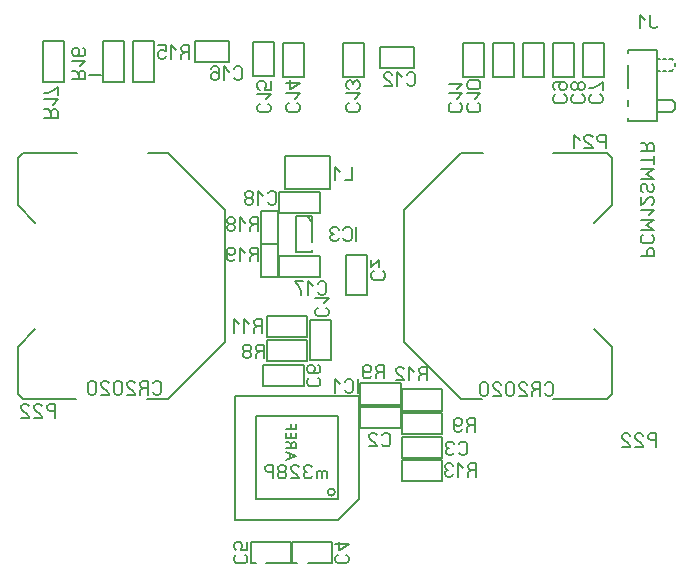
<source format=gbr>
%FSLAX34Y34*%
%MOMM*%
%LNSILK_BOTTOM*%
G71*
G01*
%ADD10C, 0.150*%
%ADD11C, 0.159*%
%ADD12C, 0.206*%
%ADD13C, 0.200*%
%LPD*%
G54D10*
X323582Y-411754D02*
X323582Y-341754D01*
X253582Y-341754D01*
X253582Y-411754D01*
X323582Y-411754D01*
G54D10*
G75*
G01X320582Y-405754D02*
G03X320582Y-405754I-3000J0D01*
G01*
G54D10*
X236082Y-324254D02*
X236082Y-429254D01*
X323582Y-429254D01*
X341082Y-411754D01*
X341082Y-324254D01*
X236082Y-324254D01*
G54D11*
X279058Y-378580D02*
X287947Y-375247D01*
X279058Y-371914D01*
G54D11*
X282392Y-377247D02*
X282392Y-373247D01*
G54D11*
X283503Y-366136D02*
X282392Y-364136D01*
X281281Y-363469D01*
X279058Y-363469D01*
G54D11*
X279058Y-368802D02*
X287947Y-368802D01*
X287947Y-365469D01*
X287392Y-364136D01*
X286281Y-363469D01*
X285170Y-363469D01*
X284058Y-364136D01*
X283503Y-365469D01*
X283503Y-368802D01*
G54D11*
X279058Y-355692D02*
X279058Y-360358D01*
X287947Y-360358D01*
X287947Y-355692D01*
G54D11*
X283503Y-360358D02*
X283503Y-355692D01*
G54D11*
X279058Y-352580D02*
X287947Y-352580D01*
X287947Y-347914D01*
G54D11*
X283503Y-352580D02*
X283503Y-347914D01*
G54D12*
X339885Y-321812D02*
X339885Y-310256D01*
G54D12*
X328908Y-319645D02*
X329774Y-321090D01*
X331508Y-321812D01*
X333241Y-321812D01*
X334974Y-321090D01*
X335841Y-319645D01*
X335841Y-312423D01*
X334974Y-310979D01*
X333241Y-310256D01*
X331508Y-310256D01*
X329774Y-310979D01*
X328908Y-312423D01*
G54D12*
X324864Y-314590D02*
X320531Y-310256D01*
X320531Y-321812D01*
G54D12*
X313996Y-394201D02*
X313996Y-387701D01*
G54D12*
X313996Y-388856D02*
X312263Y-387701D01*
X310529Y-388134D01*
X309663Y-389146D01*
X309663Y-394201D01*
G54D12*
X309663Y-388856D02*
X307929Y-387701D01*
X306196Y-388134D01*
X305329Y-389146D01*
X305329Y-394201D01*
G54D12*
X301285Y-384812D02*
X300418Y-383368D01*
X298685Y-382646D01*
X296952Y-382646D01*
X295218Y-383368D01*
X294352Y-384812D01*
X294352Y-386256D01*
X295218Y-387701D01*
X296952Y-388423D01*
X295218Y-389146D01*
X294352Y-390590D01*
X294352Y-392034D01*
X295218Y-393479D01*
X296952Y-394201D01*
X298685Y-394201D01*
X300418Y-393479D01*
X301285Y-392034D01*
G54D12*
X283375Y-394201D02*
X290308Y-394201D01*
X290308Y-393479D01*
X289441Y-392034D01*
X284241Y-387701D01*
X283375Y-386256D01*
X283375Y-384812D01*
X284241Y-383368D01*
X285975Y-382646D01*
X287708Y-382646D01*
X289441Y-383368D01*
X290308Y-384812D01*
G54D12*
X274998Y-388423D02*
X276731Y-388423D01*
X278464Y-387701D01*
X279331Y-386256D01*
X279331Y-384812D01*
X278464Y-383368D01*
X276731Y-382646D01*
X274998Y-382646D01*
X273264Y-383368D01*
X272398Y-384812D01*
X272398Y-386256D01*
X273264Y-387701D01*
X274998Y-388423D01*
X273264Y-389146D01*
X272398Y-390590D01*
X272398Y-392034D01*
X273264Y-393479D01*
X274998Y-394201D01*
X276731Y-394201D01*
X278464Y-393479D01*
X279331Y-392034D01*
X279331Y-390590D01*
X278464Y-389146D01*
X276731Y-388423D01*
G54D12*
X268354Y-394201D02*
X268354Y-382646D01*
X264021Y-382646D01*
X262287Y-383368D01*
X261421Y-384812D01*
X261421Y-386256D01*
X262287Y-387701D01*
X264021Y-388423D01*
X268354Y-388423D01*
G54D13*
X504900Y-327200D02*
X550650Y-327200D01*
X554900Y-322950D01*
X554900Y-282950D01*
X539900Y-267950D01*
G54D12*
X549700Y-114800D02*
X549700Y-103244D01*
X545367Y-103244D01*
X543633Y-103967D01*
X542767Y-105411D01*
X542767Y-106856D01*
X543633Y-108300D01*
X545367Y-109022D01*
X549700Y-109022D01*
G54D12*
X531790Y-114800D02*
X538723Y-114800D01*
X538723Y-114078D01*
X537856Y-112633D01*
X532656Y-108300D01*
X531790Y-106856D01*
X531790Y-105411D01*
X532656Y-103967D01*
X534390Y-103244D01*
X536123Y-103244D01*
X537856Y-103967D01*
X538723Y-105411D01*
G54D12*
X527746Y-107578D02*
X523413Y-103244D01*
X523413Y-114800D01*
G54D12*
X498317Y-322133D02*
X499183Y-323578D01*
X500917Y-324300D01*
X502650Y-324300D01*
X504383Y-323578D01*
X505250Y-322133D01*
X505250Y-314911D01*
X504383Y-313467D01*
X502650Y-312744D01*
X500917Y-312744D01*
X499183Y-313467D01*
X498317Y-314911D01*
G54D12*
X490806Y-318522D02*
X488206Y-319967D01*
X487340Y-321411D01*
X487340Y-324300D01*
G54D12*
X494273Y-324300D02*
X494273Y-312744D01*
X489940Y-312744D01*
X488206Y-313467D01*
X487340Y-314911D01*
X487340Y-316356D01*
X488206Y-317800D01*
X489940Y-318522D01*
X494273Y-318522D01*
G54D12*
X476363Y-324300D02*
X483296Y-324300D01*
X483296Y-323578D01*
X482429Y-322133D01*
X477229Y-317800D01*
X476363Y-316356D01*
X476363Y-314911D01*
X477229Y-313467D01*
X478963Y-312744D01*
X480696Y-312744D01*
X482429Y-313467D01*
X483296Y-314911D01*
G54D12*
X465386Y-314911D02*
X465386Y-322133D01*
X466252Y-323578D01*
X467986Y-324300D01*
X469719Y-324300D01*
X471452Y-323578D01*
X472319Y-322133D01*
X472319Y-314911D01*
X471452Y-313467D01*
X469719Y-312744D01*
X467986Y-312744D01*
X466252Y-313467D01*
X465386Y-314911D01*
G54D12*
X454409Y-324300D02*
X461342Y-324300D01*
X461342Y-323578D01*
X460475Y-322133D01*
X455275Y-317800D01*
X454409Y-316356D01*
X454409Y-314911D01*
X455275Y-313467D01*
X457009Y-312744D01*
X458742Y-312744D01*
X460475Y-313467D01*
X461342Y-314911D01*
G54D12*
X443432Y-314911D02*
X443432Y-322133D01*
X444298Y-323578D01*
X446032Y-324300D01*
X447765Y-324300D01*
X449498Y-323578D01*
X450365Y-322133D01*
X450365Y-314911D01*
X449498Y-313467D01*
X447765Y-312744D01*
X446032Y-312744D01*
X444298Y-313467D01*
X443432Y-314911D01*
G54D10*
X568500Y-31500D02*
X593500Y-31500D01*
X593500Y-91500D01*
X568500Y-91500D01*
X568500Y-89000D01*
G54D10*
X568500Y-79000D02*
X568500Y-74000D01*
G54D10*
X568500Y-64000D02*
X568500Y-44000D01*
G54D10*
X568500Y-34000D02*
X568500Y-31500D01*
G54D10*
X593500Y-74000D02*
X606000Y-74000D01*
X608500Y-76500D01*
X608500Y-81421D01*
X606000Y-83921D01*
X593500Y-83921D01*
G54D10*
X593500Y-39000D02*
X596000Y-39000D01*
G54D10*
X598500Y-39000D02*
X601000Y-39000D01*
G54D10*
X603500Y-39000D02*
X606000Y-39000D01*
X607250Y-40250D01*
G54D10*
X608500Y-42750D02*
X608500Y-45250D01*
G54D10*
X606000Y-48921D02*
X607250Y-47750D01*
G54D10*
X606000Y-48921D02*
X603500Y-49000D01*
G54D10*
X601000Y-49000D02*
X598500Y-49000D01*
G54D10*
X596000Y-49000D02*
X593500Y-48921D01*
G54D12*
X587567Y-1444D02*
X587567Y-10833D01*
X588433Y-12278D01*
X590167Y-13000D01*
X591900Y-13000D01*
X593633Y-12278D01*
X594500Y-10833D01*
G54D12*
X583523Y-5778D02*
X579190Y-1444D01*
X579190Y-13000D01*
G54D12*
X579378Y-206066D02*
X590933Y-206066D01*
X590933Y-201733D01*
X590211Y-200000D01*
X588766Y-199133D01*
X587322Y-199133D01*
X585878Y-200000D01*
X585155Y-201733D01*
X585155Y-206066D01*
G54D12*
X581544Y-188156D02*
X580100Y-189023D01*
X579378Y-190756D01*
X579378Y-192490D01*
X580100Y-194223D01*
X581544Y-195090D01*
X588766Y-195090D01*
X590211Y-194223D01*
X590933Y-192490D01*
X590933Y-190756D01*
X590211Y-189023D01*
X588766Y-188156D01*
G54D12*
X579378Y-184112D02*
X590933Y-184112D01*
X583711Y-179779D01*
X590933Y-175446D01*
X579378Y-175446D01*
G54D12*
X586600Y-171402D02*
X590933Y-167068D01*
X579378Y-167068D01*
G54D12*
X579378Y-156091D02*
X579378Y-163024D01*
X580100Y-163024D01*
X581544Y-162158D01*
X585878Y-156958D01*
X587322Y-156091D01*
X588766Y-156091D01*
X590211Y-156958D01*
X590933Y-158691D01*
X590933Y-160424D01*
X590211Y-162158D01*
X588766Y-163024D01*
G54D12*
X581544Y-152048D02*
X580100Y-151181D01*
X579378Y-149448D01*
X579378Y-147714D01*
X580100Y-145981D01*
X581544Y-145114D01*
X582989Y-145114D01*
X584433Y-145981D01*
X585155Y-147714D01*
X585155Y-149448D01*
X585878Y-151181D01*
X587322Y-152048D01*
X588766Y-152048D01*
X590211Y-151181D01*
X590933Y-149448D01*
X590933Y-147714D01*
X590211Y-145981D01*
X588766Y-145114D01*
G54D12*
X579378Y-141070D02*
X590933Y-141070D01*
X583711Y-136737D01*
X590933Y-132404D01*
X579378Y-132404D01*
G54D12*
X579378Y-124893D02*
X590933Y-124893D01*
G54D12*
X590933Y-128360D02*
X590933Y-121426D01*
G54D12*
X585155Y-113916D02*
X583711Y-111316D01*
X582266Y-110449D01*
X579378Y-110449D01*
G54D12*
X579378Y-117382D02*
X590933Y-117382D01*
X590933Y-113049D01*
X590211Y-111316D01*
X588766Y-110449D01*
X587322Y-110449D01*
X585878Y-111316D01*
X585155Y-113049D01*
X585155Y-117382D01*
G54D13*
X444900Y-327200D02*
X427650Y-327200D01*
X379400Y-278950D01*
X379400Y-166950D01*
X427650Y-118700D01*
X445650Y-118700D01*
G54D13*
X505650Y-118700D02*
X550650Y-118700D01*
X554900Y-122950D01*
X554900Y-162950D01*
X539900Y-177950D01*
G54D13*
X102000Y-118700D02*
X56250Y-118700D01*
X52000Y-122950D01*
X52000Y-162950D01*
X67000Y-177950D01*
G54D12*
X83487Y-342656D02*
X83487Y-331100D01*
X79154Y-331100D01*
X77420Y-331823D01*
X76554Y-333267D01*
X76554Y-334712D01*
X77420Y-336156D01*
X79154Y-336878D01*
X83487Y-336878D01*
G54D12*
X65577Y-342656D02*
X72510Y-342656D01*
X72510Y-341934D01*
X71643Y-340489D01*
X66443Y-336156D01*
X65577Y-334712D01*
X65577Y-333267D01*
X66443Y-331823D01*
X68177Y-331100D01*
X69910Y-331100D01*
X71643Y-331823D01*
X72510Y-333267D01*
G54D12*
X54600Y-342656D02*
X61533Y-342656D01*
X61533Y-341934D01*
X60666Y-340489D01*
X55466Y-336156D01*
X54600Y-334712D01*
X54600Y-333267D01*
X55466Y-331823D01*
X57200Y-331100D01*
X58933Y-331100D01*
X60666Y-331823D01*
X61533Y-333267D01*
G54D12*
X166535Y-320989D02*
X167401Y-322434D01*
X169135Y-323156D01*
X170868Y-323156D01*
X172601Y-322434D01*
X173468Y-320989D01*
X173468Y-313767D01*
X172601Y-312323D01*
X170868Y-311600D01*
X169135Y-311600D01*
X167401Y-312323D01*
X166535Y-313767D01*
G54D12*
X159024Y-317378D02*
X156424Y-318823D01*
X155558Y-320267D01*
X155558Y-323156D01*
G54D12*
X162491Y-323156D02*
X162491Y-311600D01*
X158158Y-311600D01*
X156424Y-312323D01*
X155558Y-313767D01*
X155558Y-315212D01*
X156424Y-316656D01*
X158158Y-317378D01*
X162491Y-317378D01*
G54D12*
X144581Y-323156D02*
X151514Y-323156D01*
X151514Y-322434D01*
X150647Y-320989D01*
X145447Y-316656D01*
X144581Y-315212D01*
X144581Y-313767D01*
X145447Y-312323D01*
X147181Y-311600D01*
X148914Y-311600D01*
X150647Y-312323D01*
X151514Y-313767D01*
G54D12*
X133604Y-313767D02*
X133604Y-320989D01*
X134470Y-322434D01*
X136204Y-323156D01*
X137937Y-323156D01*
X139670Y-322434D01*
X140537Y-320989D01*
X140537Y-313767D01*
X139670Y-312323D01*
X137937Y-311600D01*
X136204Y-311600D01*
X134470Y-312323D01*
X133604Y-313767D01*
G54D12*
X122627Y-323156D02*
X129560Y-323156D01*
X129560Y-322434D01*
X128693Y-320989D01*
X123493Y-316656D01*
X122627Y-315212D01*
X122627Y-313767D01*
X123493Y-312323D01*
X125227Y-311600D01*
X126960Y-311600D01*
X128693Y-312323D01*
X129560Y-313767D01*
G54D12*
X111650Y-313767D02*
X111650Y-320989D01*
X112516Y-322434D01*
X114250Y-323156D01*
X115983Y-323156D01*
X117716Y-322434D01*
X118583Y-320989D01*
X118583Y-313767D01*
X117716Y-312323D01*
X115983Y-311600D01*
X114250Y-311600D01*
X112516Y-312323D01*
X111650Y-313767D01*
G54D13*
X162000Y-118700D02*
X179250Y-118700D01*
X227500Y-166950D01*
X227500Y-278950D01*
X179250Y-327200D01*
X161250Y-327200D01*
G54D13*
X101250Y-327200D02*
X56250Y-327200D01*
X52000Y-322950D01*
X52000Y-282950D01*
X67000Y-267950D01*
G54D10*
X141950Y-24200D02*
X123950Y-24200D01*
X123950Y-58200D01*
X141950Y-58200D01*
X141950Y-24200D01*
G54D12*
X103556Y-52849D02*
X102112Y-50249D01*
X100667Y-49382D01*
X97778Y-49382D01*
G54D12*
X97778Y-56316D02*
X109334Y-56316D01*
X109334Y-51982D01*
X108612Y-50249D01*
X107167Y-49382D01*
X105723Y-49382D01*
X104278Y-50249D01*
X103556Y-51982D01*
X103556Y-56316D01*
G54D12*
X105001Y-45338D02*
X109334Y-41005D01*
X97778Y-41005D01*
G54D12*
X107167Y-30028D02*
X108612Y-30895D01*
X109334Y-32628D01*
X109334Y-34362D01*
X108612Y-36095D01*
X107167Y-36962D01*
X103556Y-36962D01*
X102834Y-36962D01*
X104278Y-34362D01*
X104278Y-32628D01*
X103556Y-30895D01*
X102112Y-30028D01*
X99945Y-30028D01*
X98501Y-30895D01*
X97778Y-32628D01*
X97778Y-34362D01*
X98501Y-36095D01*
X99945Y-36962D01*
X103556Y-36962D01*
G54D10*
X167350Y-24200D02*
X149350Y-24200D01*
X149350Y-58200D01*
X167350Y-58200D01*
X167350Y-24200D01*
G54D12*
X193633Y-33172D02*
X191033Y-34617D01*
X190167Y-36061D01*
X190167Y-38950D01*
G54D12*
X197100Y-38950D02*
X197100Y-27394D01*
X192767Y-27394D01*
X191033Y-28117D01*
X190167Y-29561D01*
X190167Y-31006D01*
X191033Y-32450D01*
X192767Y-33172D01*
X197100Y-33172D01*
G54D12*
X186123Y-31728D02*
X181790Y-27394D01*
X181790Y-38950D01*
G54D12*
X170813Y-27394D02*
X177746Y-27394D01*
X177746Y-32450D01*
X176879Y-32450D01*
X175146Y-31728D01*
X173413Y-31728D01*
X171679Y-32450D01*
X170813Y-33894D01*
X170813Y-36783D01*
X171679Y-38228D01*
X173413Y-38950D01*
X175146Y-38950D01*
X176879Y-38228D01*
X177746Y-36783D01*
G54D10*
X91150Y-24200D02*
X73150Y-24200D01*
X73150Y-58200D01*
X91150Y-58200D01*
X91150Y-24200D01*
G54D12*
X80252Y-85214D02*
X78808Y-82614D01*
X77363Y-81747D01*
X74474Y-81747D01*
G54D12*
X74474Y-88680D02*
X86030Y-88680D01*
X86030Y-84347D01*
X85308Y-82614D01*
X83863Y-81747D01*
X82419Y-81747D01*
X80974Y-82614D01*
X80252Y-84347D01*
X80252Y-88680D01*
G54D12*
X81697Y-77704D02*
X86030Y-73370D01*
X74474Y-73370D01*
G54D12*
X86030Y-69326D02*
X86030Y-62393D01*
X84586Y-63260D01*
X82419Y-64993D01*
X79530Y-66726D01*
X77363Y-67593D01*
X74474Y-67593D01*
G54D10*
X548350Y-25700D02*
X530350Y-25700D01*
X530350Y-54700D01*
X548350Y-54700D01*
X548350Y-25700D01*
G54D12*
X538099Y-69128D02*
X536655Y-69995D01*
X535932Y-71728D01*
X535932Y-73462D01*
X536655Y-75195D01*
X538099Y-76062D01*
X545321Y-76062D01*
X546766Y-75195D01*
X547488Y-73462D01*
X547488Y-71728D01*
X546766Y-69995D01*
X545321Y-69128D01*
G54D12*
X547488Y-65084D02*
X547488Y-58151D01*
X546044Y-59018D01*
X543877Y-60751D01*
X540988Y-62484D01*
X538821Y-63351D01*
X535932Y-63351D01*
G54D10*
X522950Y-25700D02*
X504950Y-25700D01*
X504950Y-54700D01*
X522950Y-54700D01*
X522950Y-25700D01*
G54D12*
X522699Y-69128D02*
X521255Y-69995D01*
X520532Y-71728D01*
X520532Y-73462D01*
X521255Y-75195D01*
X522699Y-76062D01*
X529921Y-76062D01*
X531366Y-75195D01*
X532088Y-73462D01*
X532088Y-71728D01*
X531366Y-69995D01*
X529921Y-69128D01*
G54D12*
X526310Y-60751D02*
X526310Y-62484D01*
X527032Y-64218D01*
X528477Y-65084D01*
X529921Y-65084D01*
X531366Y-64218D01*
X532088Y-62484D01*
X532088Y-60751D01*
X531366Y-59018D01*
X529921Y-58151D01*
X528477Y-58151D01*
X527032Y-59018D01*
X526310Y-60751D01*
X525588Y-59018D01*
X524144Y-58151D01*
X522699Y-58151D01*
X521255Y-59018D01*
X520532Y-60751D01*
X520532Y-62484D01*
X521255Y-64218D01*
X522699Y-65084D01*
X524144Y-65084D01*
X525588Y-64218D01*
X526310Y-62484D01*
G54D10*
X497550Y-25700D02*
X479550Y-25700D01*
X479550Y-54700D01*
X497550Y-54700D01*
X497550Y-25700D01*
G54D12*
X507299Y-69128D02*
X505855Y-69995D01*
X505132Y-71728D01*
X505132Y-73462D01*
X505855Y-75195D01*
X507299Y-76062D01*
X514521Y-76062D01*
X515966Y-75195D01*
X516688Y-73462D01*
X516688Y-71728D01*
X515966Y-69995D01*
X514521Y-69128D01*
G54D12*
X507299Y-65084D02*
X505855Y-64218D01*
X505132Y-62484D01*
X505132Y-60751D01*
X505855Y-59018D01*
X507299Y-58151D01*
X510910Y-58151D01*
X511632Y-58151D01*
X510188Y-60751D01*
X510188Y-62484D01*
X510910Y-64218D01*
X512355Y-65084D01*
X514521Y-65084D01*
X515966Y-64218D01*
X516688Y-62484D01*
X516688Y-60751D01*
X515966Y-59018D01*
X514521Y-58151D01*
X510910Y-58151D01*
G54D10*
X472150Y-25700D02*
X454150Y-25700D01*
X454150Y-54700D01*
X472150Y-54700D01*
X472150Y-25700D01*
G54D12*
X434399Y-76628D02*
X432955Y-77495D01*
X432232Y-79228D01*
X432232Y-80962D01*
X432955Y-82695D01*
X434399Y-83562D01*
X441621Y-83562D01*
X443066Y-82695D01*
X443788Y-80962D01*
X443788Y-79228D01*
X443066Y-77495D01*
X441621Y-76628D01*
G54D12*
X439455Y-72584D02*
X443788Y-68251D01*
X432232Y-68251D01*
G54D12*
X441621Y-57274D02*
X434399Y-57274D01*
X432955Y-58141D01*
X432232Y-59874D01*
X432232Y-61608D01*
X432955Y-63341D01*
X434399Y-64208D01*
X441621Y-64208D01*
X443066Y-63341D01*
X443788Y-61608D01*
X443788Y-59874D01*
X443066Y-58141D01*
X441621Y-57274D01*
G54D10*
X446750Y-25700D02*
X428750Y-25700D01*
X428750Y-54700D01*
X446750Y-54700D01*
X446750Y-25700D01*
G54D12*
X418999Y-76628D02*
X417555Y-77495D01*
X416832Y-79228D01*
X416832Y-80962D01*
X417555Y-82695D01*
X418999Y-83562D01*
X426221Y-83562D01*
X427666Y-82695D01*
X428388Y-80962D01*
X428388Y-79228D01*
X427666Y-77495D01*
X426221Y-76628D01*
G54D12*
X424055Y-72584D02*
X428388Y-68251D01*
X416832Y-68251D01*
G54D12*
X424055Y-64208D02*
X428388Y-59874D01*
X416832Y-59874D01*
G54D10*
X387550Y-46700D02*
X387550Y-28700D01*
X358550Y-28700D01*
X358550Y-46700D01*
X387550Y-46700D01*
G54D12*
X381367Y-59783D02*
X382233Y-61228D01*
X383967Y-61950D01*
X385700Y-61950D01*
X387433Y-61228D01*
X388300Y-59783D01*
X388300Y-52561D01*
X387433Y-51117D01*
X385700Y-50394D01*
X383967Y-50394D01*
X382233Y-51117D01*
X381367Y-52561D01*
G54D12*
X377323Y-54728D02*
X372990Y-50394D01*
X372990Y-61950D01*
G54D12*
X362013Y-61950D02*
X368946Y-61950D01*
X368946Y-61228D01*
X368079Y-59783D01*
X362879Y-55450D01*
X362013Y-54006D01*
X362013Y-52561D01*
X362879Y-51117D01*
X364613Y-50394D01*
X366346Y-50394D01*
X368079Y-51117D01*
X368946Y-52561D01*
G54D10*
X345150Y-25700D02*
X327150Y-25700D01*
X327150Y-54700D01*
X345150Y-54700D01*
X345150Y-25700D01*
G54D12*
X332399Y-76628D02*
X330955Y-77495D01*
X330232Y-79228D01*
X330232Y-80962D01*
X330955Y-82695D01*
X332399Y-83562D01*
X339621Y-83562D01*
X341066Y-82695D01*
X341788Y-80962D01*
X341788Y-79228D01*
X341066Y-77495D01*
X339621Y-76628D01*
G54D12*
X337455Y-72584D02*
X341788Y-68251D01*
X330232Y-68251D01*
G54D12*
X339621Y-64208D02*
X341066Y-63341D01*
X341788Y-61608D01*
X341788Y-59874D01*
X341066Y-58141D01*
X339621Y-57274D01*
X338177Y-57274D01*
X336732Y-58141D01*
X336010Y-59874D01*
X335288Y-58141D01*
X333844Y-57274D01*
X332399Y-57274D01*
X330955Y-58141D01*
X330232Y-59874D01*
X330232Y-61608D01*
X330955Y-63341D01*
X332399Y-64208D01*
G54D10*
X294350Y-25700D02*
X276350Y-25700D01*
X276350Y-54700D01*
X294350Y-54700D01*
X294350Y-25700D01*
G54D12*
X281599Y-76628D02*
X280155Y-77495D01*
X279432Y-79228D01*
X279432Y-80962D01*
X280155Y-82695D01*
X281599Y-83562D01*
X288821Y-83562D01*
X290266Y-82695D01*
X290988Y-80962D01*
X290988Y-79228D01*
X290266Y-77495D01*
X288821Y-76628D01*
G54D12*
X286655Y-72584D02*
X290988Y-68251D01*
X279432Y-68251D01*
G54D12*
X279432Y-59008D02*
X290988Y-59008D01*
X283766Y-64208D01*
X282321Y-64208D01*
X282321Y-57274D01*
G54D10*
X250950Y-53700D02*
X268950Y-53700D01*
X268950Y-24700D01*
X250950Y-24700D01*
X250950Y-53700D01*
G54D12*
X256945Y-77382D02*
X255501Y-78249D01*
X254778Y-79982D01*
X254778Y-81716D01*
X255501Y-83449D01*
X256945Y-84316D01*
X264167Y-84316D01*
X265612Y-83449D01*
X266334Y-81716D01*
X266334Y-79982D01*
X265612Y-78249D01*
X264167Y-77382D01*
G54D12*
X262001Y-73338D02*
X266334Y-69005D01*
X254778Y-69005D01*
G54D12*
X266334Y-58028D02*
X266334Y-64962D01*
X261278Y-64962D01*
X261278Y-64095D01*
X262001Y-62362D01*
X262001Y-60628D01*
X261278Y-58895D01*
X259834Y-58028D01*
X256945Y-58028D01*
X255501Y-58895D01*
X254778Y-60628D01*
X254778Y-62362D01*
X255501Y-64095D01*
X256945Y-64962D01*
G54D10*
X202150Y-23700D02*
X202150Y-41700D01*
X231150Y-41700D01*
X231150Y-23700D01*
X202150Y-23700D01*
G54D12*
X234967Y-54783D02*
X235833Y-56228D01*
X237567Y-56950D01*
X239300Y-56950D01*
X241033Y-56228D01*
X241900Y-54783D01*
X241900Y-47561D01*
X241033Y-46117D01*
X239300Y-45394D01*
X237567Y-45394D01*
X235833Y-46117D01*
X234967Y-47561D01*
G54D12*
X230923Y-49728D02*
X226590Y-45394D01*
X226590Y-56950D01*
G54D12*
X215613Y-47561D02*
X216479Y-46117D01*
X218213Y-45394D01*
X219946Y-45394D01*
X221679Y-46117D01*
X222546Y-47561D01*
X222546Y-51172D01*
X222546Y-51894D01*
X219946Y-50450D01*
X218213Y-50450D01*
X216479Y-51172D01*
X215613Y-52617D01*
X215613Y-54783D01*
X216479Y-56228D01*
X218213Y-56950D01*
X219946Y-56950D01*
X221679Y-56228D01*
X222546Y-54783D01*
X222546Y-51172D01*
G54D10*
X284169Y-448054D02*
X284169Y-466054D01*
X288500Y-466054D01*
G54D12*
X323086Y-458871D02*
X321641Y-459737D01*
X320919Y-461471D01*
X320919Y-463204D01*
X321641Y-464937D01*
X323086Y-465804D01*
X330308Y-465804D01*
X331752Y-464937D01*
X332475Y-463204D01*
X332475Y-461471D01*
X331752Y-459737D01*
X330308Y-458871D01*
G54D12*
X320919Y-449627D02*
X332475Y-449627D01*
X325252Y-454827D01*
X323808Y-454827D01*
X323808Y-447894D01*
G54D10*
X249169Y-448054D02*
X249169Y-466054D01*
X253500Y-466054D01*
G54D12*
X237086Y-458871D02*
X235641Y-459737D01*
X234919Y-461471D01*
X234919Y-463204D01*
X235641Y-464937D01*
X237086Y-465804D01*
X244308Y-465804D01*
X245752Y-464937D01*
X246475Y-463204D01*
X246475Y-461471D01*
X245752Y-459737D01*
X244308Y-458871D01*
G54D12*
X246475Y-447894D02*
X246475Y-454827D01*
X241419Y-454827D01*
X241419Y-453960D01*
X242141Y-452227D01*
X242141Y-450494D01*
X241419Y-448760D01*
X239975Y-447894D01*
X237086Y-447894D01*
X235641Y-448760D01*
X234919Y-450494D01*
X234919Y-452227D01*
X235641Y-453960D01*
X237086Y-454827D01*
G54D10*
X260082Y-298054D02*
X260082Y-316054D01*
X294082Y-316054D01*
X294082Y-298054D01*
X260082Y-298054D01*
G54D12*
X298998Y-308871D02*
X297554Y-309737D01*
X296832Y-311471D01*
X296832Y-313204D01*
X297554Y-314937D01*
X298998Y-315804D01*
X306220Y-315804D01*
X307665Y-314937D01*
X308387Y-313204D01*
X308387Y-311471D01*
X307665Y-309737D01*
X306220Y-308871D01*
G54D12*
X306220Y-297894D02*
X307665Y-298760D01*
X308387Y-300494D01*
X308387Y-302227D01*
X307665Y-303960D01*
X306220Y-304827D01*
X302609Y-304827D01*
X301887Y-304827D01*
X303332Y-302227D01*
X303332Y-300494D01*
X302609Y-298760D01*
X301165Y-297894D01*
X298998Y-297894D01*
X297554Y-298760D01*
X296832Y-300494D01*
X296832Y-302227D01*
X297554Y-303960D01*
X298998Y-304827D01*
X302609Y-304827D01*
G54D10*
X299702Y-294200D02*
X317702Y-294200D01*
X317702Y-260200D01*
X299702Y-260200D01*
X299702Y-294200D01*
G54D12*
X306185Y-249894D02*
X304740Y-250760D01*
X304018Y-252494D01*
X304018Y-254227D01*
X304740Y-255960D01*
X306185Y-256827D01*
X313407Y-256827D01*
X314851Y-255960D01*
X315574Y-254227D01*
X315574Y-252494D01*
X314851Y-250760D01*
X313407Y-249894D01*
G54D12*
X311240Y-245850D02*
X315574Y-241517D01*
X304018Y-241517D01*
G54D10*
X342218Y-333718D02*
X342218Y-351718D01*
X376218Y-351718D01*
X376218Y-333718D01*
X342218Y-333718D01*
G54D12*
X360568Y-364923D02*
X361434Y-366368D01*
X363168Y-367090D01*
X364901Y-367090D01*
X366634Y-366368D01*
X367501Y-364923D01*
X367501Y-357701D01*
X366634Y-356257D01*
X364901Y-355534D01*
X363168Y-355534D01*
X361434Y-356257D01*
X360568Y-357701D01*
G54D12*
X349591Y-367090D02*
X356524Y-367090D01*
X356524Y-366368D01*
X355657Y-364923D01*
X350457Y-360590D01*
X349591Y-359146D01*
X349591Y-357701D01*
X350457Y-356257D01*
X352191Y-355534D01*
X353924Y-355534D01*
X355657Y-356257D01*
X356524Y-357701D01*
G54D10*
X377218Y-358718D02*
X377218Y-376718D01*
X411218Y-376718D01*
X411218Y-358718D01*
X377218Y-358718D01*
G54D12*
X425568Y-372423D02*
X426434Y-373868D01*
X428168Y-374590D01*
X429901Y-374590D01*
X431634Y-373868D01*
X432501Y-372423D01*
X432501Y-365201D01*
X431634Y-363757D01*
X429901Y-363034D01*
X428168Y-363034D01*
X426434Y-363757D01*
X425568Y-365201D01*
G54D12*
X421524Y-365201D02*
X420657Y-363757D01*
X418924Y-363034D01*
X417191Y-363034D01*
X415457Y-363757D01*
X414591Y-365201D01*
X414591Y-366646D01*
X415457Y-368090D01*
X417191Y-368812D01*
X415457Y-369534D01*
X414591Y-370979D01*
X414591Y-372423D01*
X415457Y-373868D01*
X417191Y-374590D01*
X418924Y-374590D01*
X420657Y-373868D01*
X421524Y-372423D01*
G54D10*
X297202Y-294700D02*
X297202Y-276700D01*
X263202Y-276700D01*
X263202Y-294700D01*
X297202Y-294700D01*
G54D12*
X256985Y-286673D02*
X254385Y-288117D01*
X253518Y-289562D01*
X253518Y-292450D01*
G54D12*
X260452Y-292450D02*
X260452Y-280895D01*
X256118Y-280895D01*
X254385Y-281617D01*
X253518Y-283062D01*
X253518Y-284506D01*
X254385Y-285950D01*
X256118Y-286673D01*
X260452Y-286673D01*
G54D12*
X245141Y-286673D02*
X246874Y-286673D01*
X248608Y-285950D01*
X249474Y-284506D01*
X249474Y-283062D01*
X248608Y-281617D01*
X246874Y-280895D01*
X245141Y-280895D01*
X243408Y-281617D01*
X242541Y-283062D01*
X242541Y-284506D01*
X243408Y-285950D01*
X245141Y-286673D01*
X243408Y-287395D01*
X242541Y-288839D01*
X242541Y-290284D01*
X243408Y-291728D01*
X245141Y-292450D01*
X246874Y-292450D01*
X248608Y-291728D01*
X249474Y-290284D01*
X249474Y-288839D01*
X248608Y-287395D01*
X246874Y-286673D01*
G54D10*
X376218Y-331718D02*
X376218Y-313718D01*
X342218Y-313718D01*
X342218Y-331718D01*
X376218Y-331718D01*
G54D12*
X358501Y-303690D02*
X355901Y-305134D01*
X355034Y-306579D01*
X355034Y-309468D01*
G54D12*
X361968Y-309468D02*
X361968Y-297912D01*
X357634Y-297912D01*
X355901Y-298634D01*
X355034Y-300079D01*
X355034Y-301523D01*
X355901Y-302968D01*
X357634Y-303690D01*
X361968Y-303690D01*
G54D12*
X350990Y-307301D02*
X350124Y-308745D01*
X348390Y-309468D01*
X346657Y-309468D01*
X344924Y-308745D01*
X344057Y-307301D01*
X344057Y-303690D01*
X344057Y-302968D01*
X346657Y-304412D01*
X348390Y-304412D01*
X350124Y-303690D01*
X350990Y-302245D01*
X350990Y-300079D01*
X350124Y-298634D01*
X348390Y-297912D01*
X346657Y-297912D01*
X344924Y-298634D01*
X344057Y-300079D01*
X344057Y-303690D01*
G54D10*
X411218Y-356718D02*
X411218Y-338718D01*
X377218Y-338718D01*
X377218Y-356718D01*
X411218Y-356718D01*
G54D12*
X436001Y-348690D02*
X433401Y-350134D01*
X432534Y-351579D01*
X432534Y-354468D01*
G54D12*
X439468Y-354468D02*
X439468Y-342912D01*
X435134Y-342912D01*
X433401Y-343634D01*
X432534Y-345079D01*
X432534Y-346523D01*
X433401Y-347968D01*
X435134Y-348690D01*
X439468Y-348690D01*
G54D12*
X428490Y-352301D02*
X427624Y-353745D01*
X425890Y-354468D01*
X424157Y-354468D01*
X422424Y-353745D01*
X421557Y-352301D01*
X421557Y-348690D01*
X421557Y-347968D01*
X424157Y-349412D01*
X425890Y-349412D01*
X427624Y-348690D01*
X428490Y-347245D01*
X428490Y-345079D01*
X427624Y-343634D01*
X425890Y-342912D01*
X424157Y-342912D01*
X422424Y-343634D01*
X421557Y-345079D01*
X421557Y-348690D01*
G54D10*
X263202Y-256700D02*
X263202Y-274700D01*
X297202Y-274700D01*
X297202Y-256700D01*
X263202Y-256700D01*
G54D12*
X255172Y-264867D02*
X252572Y-266312D01*
X251706Y-267756D01*
X251706Y-270645D01*
G54D12*
X258639Y-270645D02*
X258639Y-259090D01*
X254306Y-259090D01*
X252572Y-259812D01*
X251706Y-261256D01*
X251706Y-262700D01*
X252572Y-264145D01*
X254306Y-264867D01*
X258639Y-264867D01*
G54D12*
X247662Y-263423D02*
X243329Y-259090D01*
X243329Y-270645D01*
G54D12*
X239285Y-263423D02*
X234952Y-259090D01*
X234952Y-270645D01*
G54D10*
X377218Y-378718D02*
X377218Y-396718D01*
X411218Y-396718D01*
X411218Y-378718D01*
X377218Y-378718D01*
G54D12*
X436688Y-386884D02*
X434088Y-388329D01*
X433222Y-389773D01*
X433222Y-392662D01*
G54D12*
X440155Y-392662D02*
X440155Y-381106D01*
X435822Y-381106D01*
X434088Y-381829D01*
X433222Y-383273D01*
X433222Y-384718D01*
X434088Y-386162D01*
X435822Y-386884D01*
X440155Y-386884D01*
G54D12*
X429178Y-385440D02*
X424845Y-381106D01*
X424845Y-392662D01*
G54D12*
X420801Y-383273D02*
X419934Y-381829D01*
X418201Y-381106D01*
X416468Y-381106D01*
X414734Y-381829D01*
X413868Y-383273D01*
X413868Y-384718D01*
X414734Y-386162D01*
X416468Y-386884D01*
X414734Y-387606D01*
X413868Y-389051D01*
X413868Y-390495D01*
X414734Y-391940D01*
X416468Y-392662D01*
X418201Y-392662D01*
X419934Y-391940D01*
X420801Y-390495D01*
G54D10*
X377218Y-318718D02*
X377218Y-336718D01*
X411218Y-336718D01*
X411218Y-318718D01*
X377218Y-318718D01*
G54D12*
X395164Y-305498D02*
X392564Y-306942D01*
X391697Y-308387D01*
X391697Y-311276D01*
G54D12*
X398630Y-311276D02*
X398630Y-299720D01*
X394297Y-299720D01*
X392564Y-300442D01*
X391697Y-301887D01*
X391697Y-303332D01*
X392564Y-304776D01*
X394297Y-305498D01*
X398630Y-305498D01*
G54D12*
X387653Y-304054D02*
X383320Y-299720D01*
X383320Y-311276D01*
G54D12*
X372343Y-311276D02*
X379276Y-311276D01*
X379276Y-310554D01*
X378410Y-309109D01*
X373210Y-304776D01*
X372343Y-303332D01*
X372343Y-301887D01*
X373210Y-300442D01*
X374943Y-299720D01*
X376676Y-299720D01*
X378410Y-300442D01*
X379276Y-301887D01*
G54D10*
X288044Y-172238D02*
X301544Y-172238D01*
X301544Y-193738D01*
G54D10*
X296794Y-172238D02*
X301544Y-176988D01*
G54D10*
X278556Y-121125D02*
X278556Y-149125D01*
X316556Y-149125D01*
X316556Y-121125D01*
X278556Y-121125D01*
G54D10*
X307588Y-169525D02*
X307588Y-151525D01*
X273588Y-151525D01*
X273588Y-169525D01*
X307588Y-169525D01*
G54D10*
X307588Y-223500D02*
X307588Y-205500D01*
X273588Y-205500D01*
X273588Y-223500D01*
X307588Y-223500D01*
G54D10*
X272000Y-167500D02*
X258000Y-167500D01*
X258000Y-195500D01*
X272000Y-195500D01*
X272000Y-167500D01*
G54D10*
X272000Y-195500D02*
X258000Y-195500D01*
X258000Y-223500D01*
X272000Y-223500D01*
X272000Y-195500D01*
G54D12*
X252283Y-178972D02*
X249683Y-180417D01*
X248817Y-181861D01*
X248817Y-184750D01*
G54D12*
X255750Y-184750D02*
X255750Y-173194D01*
X251417Y-173194D01*
X249683Y-173917D01*
X248817Y-175361D01*
X248817Y-176806D01*
X249683Y-178250D01*
X251417Y-178972D01*
X255750Y-178972D01*
G54D12*
X244773Y-177528D02*
X240440Y-173194D01*
X240440Y-184750D01*
G54D12*
X232063Y-178972D02*
X233796Y-178972D01*
X235529Y-178250D01*
X236396Y-176806D01*
X236396Y-175361D01*
X235529Y-173917D01*
X233796Y-173194D01*
X232063Y-173194D01*
X230329Y-173917D01*
X229463Y-175361D01*
X229463Y-176806D01*
X230329Y-178250D01*
X232063Y-178972D01*
X230329Y-179694D01*
X229463Y-181139D01*
X229463Y-182583D01*
X230329Y-184028D01*
X232063Y-184750D01*
X233796Y-184750D01*
X235529Y-184028D01*
X236396Y-182583D01*
X236396Y-181139D01*
X235529Y-179694D01*
X233796Y-178972D01*
G54D12*
X252283Y-204472D02*
X249683Y-205917D01*
X248817Y-207361D01*
X248817Y-210250D01*
G54D12*
X255750Y-210250D02*
X255750Y-198694D01*
X251417Y-198694D01*
X249683Y-199417D01*
X248817Y-200861D01*
X248817Y-202306D01*
X249683Y-203750D01*
X251417Y-204472D01*
X255750Y-204472D01*
G54D12*
X244773Y-203028D02*
X240440Y-198694D01*
X240440Y-210250D01*
G54D12*
X236396Y-208083D02*
X235529Y-209528D01*
X233796Y-210250D01*
X232063Y-210250D01*
X230329Y-209528D01*
X229463Y-208083D01*
X229463Y-204472D01*
X229463Y-203750D01*
X232063Y-205194D01*
X233796Y-205194D01*
X235529Y-204472D01*
X236396Y-203028D01*
X236396Y-200861D01*
X235529Y-199417D01*
X233796Y-198694D01*
X232063Y-198694D01*
X230329Y-199417D01*
X229463Y-200861D01*
X229463Y-204472D01*
G54D12*
X263905Y-160108D02*
X264771Y-161553D01*
X266505Y-162275D01*
X268238Y-162275D01*
X269971Y-161553D01*
X270838Y-160108D01*
X270838Y-152886D01*
X269971Y-151442D01*
X268238Y-150720D01*
X266505Y-150720D01*
X264771Y-151442D01*
X263905Y-152886D01*
G54D12*
X259861Y-155053D02*
X255528Y-150720D01*
X255528Y-162275D01*
G54D12*
X247151Y-156497D02*
X248884Y-156497D01*
X250617Y-155775D01*
X251484Y-154330D01*
X251484Y-152886D01*
X250617Y-151442D01*
X248884Y-150720D01*
X247151Y-150720D01*
X245417Y-151442D01*
X244551Y-152886D01*
X244551Y-154330D01*
X245417Y-155775D01*
X247151Y-156497D01*
X245417Y-157220D01*
X244551Y-158664D01*
X244551Y-160108D01*
X245417Y-161553D01*
X247151Y-162275D01*
X248884Y-162275D01*
X250617Y-161553D01*
X251484Y-160108D01*
X251484Y-158664D01*
X250617Y-157220D01*
X248884Y-156497D01*
G54D12*
X306405Y-236583D02*
X307271Y-238028D01*
X309005Y-238750D01*
X310738Y-238750D01*
X312471Y-238028D01*
X313338Y-236583D01*
X313338Y-229361D01*
X312471Y-227917D01*
X310738Y-227194D01*
X309005Y-227194D01*
X307271Y-227917D01*
X306405Y-229361D01*
G54D12*
X302361Y-231528D02*
X298028Y-227194D01*
X298028Y-238750D01*
G54D12*
X293984Y-227194D02*
X287051Y-227194D01*
X287917Y-228639D01*
X289651Y-230806D01*
X291384Y-233694D01*
X292251Y-235861D01*
X292251Y-238750D01*
G54D12*
X334806Y-130320D02*
X334806Y-141875D01*
X328739Y-141875D01*
G54D12*
X324695Y-134653D02*
X320362Y-130320D01*
X320362Y-141875D01*
G54D12*
X338794Y-192988D02*
X338794Y-181432D01*
G54D12*
X327817Y-190821D02*
X328683Y-192266D01*
X330417Y-192988D01*
X332150Y-192988D01*
X333883Y-192266D01*
X334750Y-190821D01*
X334750Y-183599D01*
X333883Y-182155D01*
X332150Y-181432D01*
X330417Y-181432D01*
X328683Y-182155D01*
X327817Y-183599D01*
G54D12*
X323773Y-183599D02*
X322906Y-182155D01*
X321173Y-181432D01*
X319440Y-181432D01*
X317706Y-182155D01*
X316840Y-183599D01*
X316840Y-185044D01*
X317706Y-186488D01*
X319440Y-187210D01*
X317706Y-187932D01*
X316840Y-189377D01*
X316840Y-190821D01*
X317706Y-192266D01*
X319440Y-192988D01*
X321173Y-192988D01*
X322906Y-192266D01*
X323773Y-190821D01*
G54D10*
X329702Y-239200D02*
X347702Y-239200D01*
X347702Y-205200D01*
X329702Y-205200D01*
X329702Y-239200D01*
G54D12*
X353685Y-218894D02*
X352240Y-219760D01*
X351518Y-221494D01*
X351518Y-223227D01*
X352240Y-224960D01*
X353685Y-225827D01*
X360907Y-225827D01*
X362351Y-224960D01*
X363074Y-223227D01*
X363074Y-221494D01*
X362351Y-219760D01*
X360907Y-218894D01*
G54D12*
X358018Y-214850D02*
X358018Y-209650D01*
X351518Y-214850D01*
X351518Y-209650D01*
G54D13*
X112500Y-52500D02*
X122500Y-52500D01*
G54D10*
X249169Y-448054D02*
X283169Y-448054D01*
X283169Y-466054D01*
X262500Y-466054D01*
G54D10*
X284169Y-448054D02*
X318169Y-448054D01*
X318169Y-466054D01*
X297500Y-466054D01*
G54D10*
X288044Y-172238D02*
X288044Y-202738D01*
X301544Y-202738D01*
X301544Y-200738D01*
G54D12*
X592500Y-367500D02*
X592500Y-355944D01*
X588167Y-355944D01*
X586433Y-356667D01*
X585567Y-358111D01*
X585567Y-359556D01*
X586433Y-361000D01*
X588167Y-361722D01*
X592500Y-361722D01*
G54D12*
X574590Y-367500D02*
X581523Y-367500D01*
X581523Y-366778D01*
X580656Y-365333D01*
X575456Y-361000D01*
X574590Y-359556D01*
X574590Y-358111D01*
X575456Y-356667D01*
X577190Y-355944D01*
X578923Y-355944D01*
X580656Y-356667D01*
X581523Y-358111D01*
G54D12*
X563613Y-367500D02*
X570546Y-367500D01*
X570546Y-366778D01*
X569679Y-365333D01*
X564479Y-361000D01*
X563613Y-359556D01*
X563613Y-358111D01*
X564479Y-356667D01*
X566213Y-355944D01*
X567946Y-355944D01*
X569679Y-356667D01*
X570546Y-358111D01*
M02*

</source>
